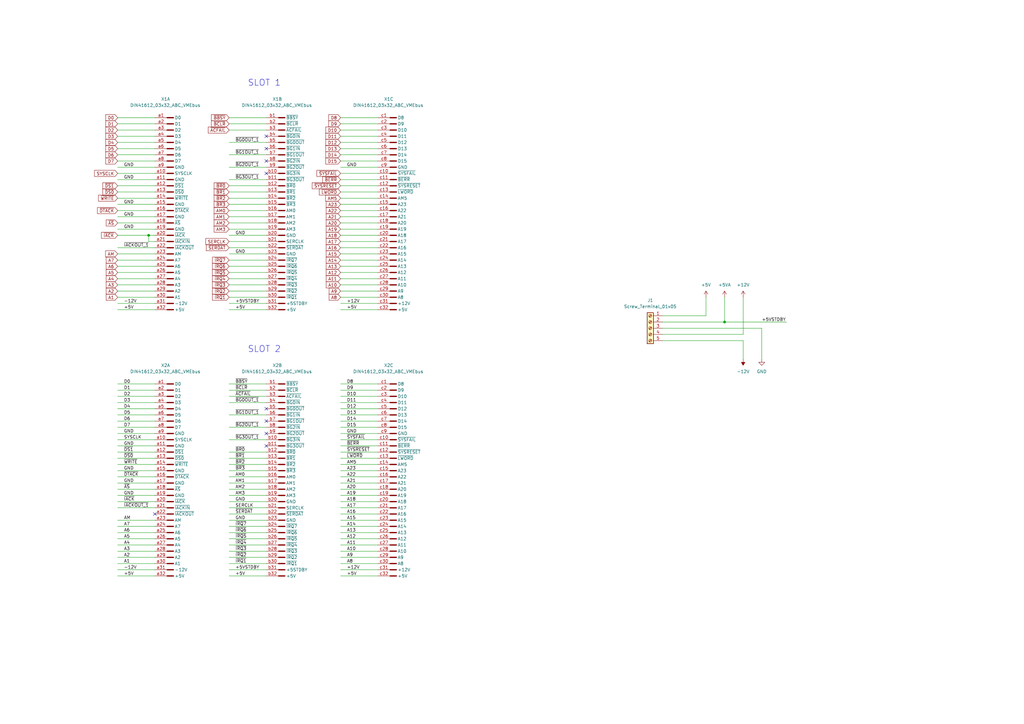
<source format=kicad_sch>
(kicad_sch (version 20211123) (generator eeschema)
  (paper "A3")
  (title_block (title "SOCKETS 1") (date "2023-07-03") (rev "2") (company "TOM STOREY") (comment 1 "NON-COMMERCIAL USE"))
  (lib_symbols
    (symbol "COMET Symbols:DIN41612_03x32_ABC_VMEbus" (pin_names (offset 3.048))
      (property "Reference" "X1" (at -20.32 45.72 0))
      (property "Value" "DIN41612_03x32_ABC_VMEbus" (at -20.32 43.18 0))
      (symbol "DIN41612_03x32_ABC_VMEbus_1_1"
        (polyline (pts (xy 0 -40.64) (xy 2.54 -40.64)) (stroke (width 0.508)))
        (polyline (pts (xy 0 -38.1) (xy 2.54 -38.1)) (stroke (width 0.508)))
        (polyline (pts (xy 0 -35.56) (xy 2.54 -35.56)) (stroke (width 0.508)))
        (polyline (pts (xy 0 -33.02) (xy 2.54 -33.02)) (stroke (width 0.508)))
        (polyline (pts (xy 0 -30.48) (xy 2.54 -30.48)) (stroke (width 0.508)))
        (polyline (pts (xy 0 -27.94) (xy 2.54 -27.94)) (stroke (width 0.508)))
        (polyline (pts (xy 0 -25.4) (xy 2.54 -25.4)) (stroke (width 0.508)))
        (polyline (pts (xy 0 -22.86) (xy 2.54 -22.86)) (stroke (width 0.508)))
        (polyline (pts (xy 0 -20.32) (xy 2.54 -20.32)) (stroke (width 0.508)))
        (polyline (pts (xy 0 -17.78) (xy 2.54 -17.78)) (stroke (width 0.508)))
        (polyline (pts (xy 0 -15.24) (xy 2.54 -15.24)) (stroke (width 0.508)))
        (polyline (pts (xy 0 -12.7) (xy 2.54 -12.7)) (stroke (width 0.508)))
        (polyline (pts (xy 0 -10.16) (xy 2.54 -10.16)) (stroke (width 0.508)))
        (polyline (pts (xy 0 -7.62) (xy 2.54 -7.62)) (stroke (width 0.508)))
        (polyline (pts (xy 0 -5.08) (xy 2.54 -5.08)) (stroke (width 0.508)))
        (polyline (pts (xy 0 -2.54) (xy 2.54 -2.54)) (stroke (width 0.508)))
        (polyline (pts (xy 0 0) (xy 2.54 0)) (stroke (width 0.508)))
        (polyline (pts (xy 0 2.54) (xy 2.54 2.54)) (stroke (width 0.508)))
        (polyline (pts (xy 0 5.08) (xy 2.54 5.08)) (stroke (width 0.508)))
        (polyline (pts (xy 0 7.62) (xy 2.54 7.62)) (stroke (width 0.508)))
        (polyline (pts (xy 0 10.16) (xy 2.54 10.16)) (stroke (width 0.508)))
        (polyline (pts (xy 0 12.7) (xy 2.54 12.7)) (stroke (width 0.508)))
        (polyline (pts (xy 0 15.24) (xy 2.54 15.24)) (stroke (width 0.508)))
        (polyline (pts (xy 0 17.78) (xy 2.54 17.78)) (stroke (width 0.508)))
        (polyline (pts (xy 0 20.32) (xy 2.54 20.32)) (stroke (width 0.508)))
        (polyline (pts (xy 0 22.86) (xy 2.54 22.86)) (stroke (width 0.508)))
        (polyline (pts (xy 0 25.4) (xy 2.54 25.4)) (stroke (width 0.508)))
        (polyline (pts (xy 0 27.94) (xy 2.54 27.94)) (stroke (width 0.508)))
        (polyline (pts (xy 0 30.48) (xy 2.54 30.48)) (stroke (width 0.508)))
        (polyline (pts (xy 0 33.02) (xy 2.54 33.02)) (stroke (width 0.508)))
        (polyline (pts (xy 0 35.56) (xy 2.54 35.56)) (stroke (width 0.508)))
        (polyline (pts (xy 0 38.1) (xy 2.54 38.1)) (stroke (width 0.508)))
        (pin passive line (at -5.08 38.1 0) (length 5.08) (name "D0") (number "a1"))
        (pin passive line (at -5.08 15.24 0) (length 5.08) (name "SYSCLK") (number "a10"))
        (pin passive line (at -5.08 12.7 0) (length 5.08) (name "GND") (number "a11"))
        (pin passive line (at -5.08 10.16 0) (length 5.08) (name "~{DS1}") (number "a12"))
        (pin passive line (at -5.08 7.62 0) (length 5.08) (name "~{DS0}") (number "a13"))
        (pin passive line (at -5.08 5.08 0) (length 5.08) (name "~{WRITE}") (number "a14"))
        (pin passive line (at -5.08 2.54 0) (length 5.08) (name "GND") (number "a15"))
        (pin passive line (at -5.08 0 0) (length 5.08) (name "~{DTACK}") (number "a16"))
        (pin passive line (at -5.08 -2.54 0) (length 5.08) (name "GND") (number "a17"))
        (pin passive line (at -5.08 -5.08 0) (length 5.08) (name "~{AS}") (number "a18"))
        (pin passive line (at -5.08 -7.62 0) (length 5.08) (name "GND") (number "a19"))
        (pin passive line (at -5.08 35.56 0) (length 5.08) (name "D1") (number "a2"))
        (pin passive line (at -5.08 -10.16 0) (length 5.08) (name "~{IACK}") (number "a20"))
        (pin passive line (at -5.08 -12.7 0) (length 5.08) (name "~{IACKIN}") (number "a21"))
        (pin passive line (at -5.08 -15.24 0) (length 5.08) (name "~{IACKOUT}") (number "a22"))
        (pin passive line (at -5.08 -17.78 0) (length 5.08) (name "AM") (number "a23"))
        (pin passive line (at -5.08 -20.32 0) (length 5.08) (name "A7") (number "a24"))
        (pin passive line (at -5.08 -22.86 0) (length 5.08) (name "A6") (number "a25"))
        (pin passive line (at -5.08 -25.4 0) (length 5.08) (name "A5") (number "a26"))
        (pin passive line (at -5.08 -27.94 0) (length 5.08) (name "A4") (number "a27"))
        (pin passive line (at -5.08 -30.48 0) (length 5.08) (name "A3") (number "a28"))
        (pin passive line (at -5.08 -33.02 0) (length 5.08) (name "A2") (number "a29"))
        (pin passive line (at -5.08 33.02 0) (length 5.08) (name "D2") (number "a3"))
        (pin passive line (at -5.08 -35.56 0) (length 5.08) (name "A1") (number "a30"))
        (pin passive line (at -5.08 -38.1 0) (length 5.08) (name "-12V") (number "a31"))
        (pin passive line (at -5.08 -40.64 0) (length 5.08) (name "+5V") (number "a32"))
        (pin passive line (at -5.08 30.48 0) (length 5.08) (name "D3") (number "a4"))
        (pin passive line (at -5.08 27.94 0) (length 5.08) (name "D4") (number "a5"))
        (pin passive line (at -5.08 25.4 0) (length 5.08) (name "D5") (number "a6"))
        (pin passive line (at -5.08 22.86 0) (length 5.08) (name "D6") (number "a7"))
        (pin passive line (at -5.08 20.32 0) (length 5.08) (name "D7") (number "a8"))
        (pin passive line (at -5.08 17.78 0) (length 5.08) (name "GND") (number "a9"))
      )
      (symbol "DIN41612_03x32_ABC_VMEbus_2_1"
        (polyline (pts (xy 0 -40.64) (xy 2.54 -40.64)) (stroke (width 0.508)))
        (polyline (pts (xy 0 -38.1) (xy 2.54 -38.1)) (stroke (width 0.508)))
        (polyline (pts (xy 0 -35.56) (xy 2.54 -35.56)) (stroke (width 0.508)))
        (polyline (pts (xy 0 -33.02) (xy 2.54 -33.02)) (stroke (width 0.508)))
        (polyline (pts (xy 0 -30.48) (xy 2.54 -30.48)) (stroke (width 0.508)))
        (polyline (pts (xy 0 -27.94) (xy 2.54 -27.94)) (stroke (width 0.508)))
        (polyline (pts (xy 0 -25.4) (xy 2.54 -25.4)) (stroke (width 0.508)))
        (polyline (pts (xy 0 -22.86) (xy 2.54 -22.86)) (stroke (width 0.508)))
        (polyline (pts (xy 0 -20.32) (xy 2.54 -20.32)) (stroke (width 0.508)))
        (polyline (pts (xy 0 -17.78) (xy 2.54 -17.78)) (stroke (width 0.508)))
        (polyline (pts (xy 0 -15.24) (xy 2.54 -15.24)) (stroke (width 0.508)))
        (polyline (pts (xy 0 -12.7) (xy 2.54 -12.7)) (stroke (width 0.508)))
        (polyline (pts (xy 0 -10.16) (xy 2.54 -10.16)) (stroke (width 0.508)))
        (polyline (pts (xy 0 -7.62) (xy 2.54 -7.62)) (stroke (width 0.508)))
        (polyline (pts (xy 0 -5.08) (xy 2.54 -5.08)) (stroke (width 0.508)))
        (polyline (pts (xy 0 -2.54) (xy 2.54 -2.54)) (stroke (width 0.508)))
        (polyline (pts (xy 0 0) (xy 2.54 0)) (stroke (width 0.508)))
        (polyline (pts (xy 0 2.54) (xy 2.54 2.54)) (stroke (width 0.508)))
        (polyline (pts (xy 0 5.08) (xy 2.54 5.08)) (stroke (width 0.508)))
        (polyline (pts (xy 0 7.62) (xy 2.54 7.62)) (stroke (width 0.508)))
        (polyline (pts (xy 0 10.16) (xy 2.54 10.16)) (stroke (width 0.508)))
        (polyline (pts (xy 0 12.7) (xy 2.54 12.7)) (stroke (width 0.508)))
        (polyline (pts (xy 0 15.24) (xy 2.54 15.24)) (stroke (width 0.508)))
        (polyline (pts (xy 0 17.78) (xy 2.54 17.78)) (stroke (width 0.508)))
        (polyline (pts (xy 0 20.32) (xy 2.54 20.32)) (stroke (width 0.508)))
        (polyline (pts (xy 0 22.86) (xy 2.54 22.86)) (stroke (width 0.508)))
        (polyline (pts (xy 0 25.4) (xy 2.54 25.4)) (stroke (width 0.508)))
        (polyline (pts (xy 0 27.94) (xy 2.54 27.94)) (stroke (width 0.508)))
        (polyline (pts (xy 0 30.48) (xy 2.54 30.48)) (stroke (width 0.508)))
        (polyline (pts (xy 0 33.02) (xy 2.54 33.02)) (stroke (width 0.508)))
        (polyline (pts (xy 0 35.56) (xy 2.54 35.56)) (stroke (width 0.508)))
        (polyline (pts (xy 0 38.1) (xy 2.54 38.1)) (stroke (width 0.508)))
        (pin passive line (at -5.08 38.1 0) (length 5.08) (name "~{BBSY}") (number "b1"))
        (pin passive line (at -5.08 15.24 0) (length 5.08) (name "~{BG3IN}") (number "b10"))
        (pin passive line (at -5.08 12.7 0) (length 5.08) (name "~{BG3OUT}") (number "b11"))
        (pin passive line (at -5.08 10.16 0) (length 5.08) (name "~{BR0}") (number "b12"))
        (pin passive line (at -5.08 7.62 0) (length 5.08) (name "~{BR1}") (number "b13"))
        (pin passive line (at -5.08 5.08 0) (length 5.08) (name "~{BR2}") (number "b14"))
        (pin passive line (at -5.08 2.54 0) (length 5.08) (name "~{BR3}") (number "b15"))
        (pin passive line (at -5.08 0 0) (length 5.08) (name "AM0") (number "b16"))
        (pin passive line (at -5.08 -2.54 0) (length 5.08) (name "AM1") (number "b17"))
        (pin passive line (at -5.08 -5.08 0) (length 5.08) (name "AM2") (number "b18"))
        (pin passive line (at -5.08 -7.62 0) (length 5.08) (name "AM3") (number "b19"))
        (pin passive line (at -5.08 35.56 0) (length 5.08) (name "~{BCLR}") (number "b2"))
        (pin passive line (at -5.08 -10.16 0) (length 5.08) (name "GND") (number "b20"))
        (pin passive line (at -5.08 -12.7 0) (length 5.08) (name "SERCLK") (number "b21"))
        (pin passive line (at -5.08 -15.24 0) (length 5.08) (name "~{SERDAT}") (number "b22"))
        (pin passive line (at -5.08 -17.78 0) (length 5.08) (name "GND") (number "b23"))
        (pin passive line (at -5.08 -20.32 0) (length 5.08) (name "~{IRQ7}") (number "b24"))
        (pin passive line (at -5.08 -22.86 0) (length 5.08) (name "~{IRQ6}") (number "b25"))
        (pin passive line (at -5.08 -25.4 0) (length 5.08) (name "~{IRQ5}") (number "b26"))
        (pin passive line (at -5.08 -27.94 0) (length 5.08) (name "~{IRQ4}") (number "b27"))
        (pin passive line (at -5.08 -30.48 0) (length 5.08) (name "~{IRQ3}") (number "b28"))
        (pin passive line (at -5.08 -33.02 0) (length 5.08) (name "~{IRQ2}") (number "b29"))
        (pin passive line (at -5.08 33.02 0) (length 5.08) (name "~{ACFAIL}") (number "b3"))
        (pin passive line (at -5.08 -35.56 0) (length 5.08) (name "~{IRQ1}") (number "b30"))
        (pin passive line (at -5.08 -38.1 0) (length 5.08) (name "+5STDBY") (number "b31"))
        (pin passive line (at -5.08 -40.64 0) (length 5.08) (name "+5V") (number "b32"))
        (pin passive line (at -5.08 30.48 0) (length 5.08) (name "~{BG0IN}") (number "b4"))
        (pin passive line (at -5.08 27.94 0) (length 5.08) (name "~{BG0OUT}") (number "b5"))
        (pin passive line (at -5.08 25.4 0) (length 5.08) (name "~{BG1IN}") (number "b6"))
        (pin passive line (at -5.08 22.86 0) (length 5.08) (name "~{BG1OUT}") (number "b7"))
        (pin passive line (at -5.08 20.32 0) (length 5.08) (name "~{BG2IN}") (number "b8"))
        (pin passive line (at -5.08 17.78 0) (length 5.08) (name "~{BG2OUT}") (number "b9"))
      )
      (symbol "DIN41612_03x32_ABC_VMEbus_3_1"
        (polyline (pts (xy 0 -40.64) (xy 2.54 -40.64)) (stroke (width 0.508)))
        (polyline (pts (xy 0 -38.1) (xy 2.54 -38.1)) (stroke (width 0.508)))
        (polyline (pts (xy 0 -35.56) (xy 2.54 -35.56)) (stroke (width 0.508)))
        (polyline (pts (xy 0 -33.02) (xy 2.54 -33.02)) (stroke (width 0.508)))
        (polyline (pts (xy 0 -30.48) (xy 2.54 -30.48)) (stroke (width 0.508)))
        (polyline (pts (xy 0 -27.94) (xy 2.54 -27.94)) (stroke (width 0.508)))
        (polyline (pts (xy 0 -25.4) (xy 2.54 -25.4)) (stroke (width 0.508)))
        (polyline (pts (xy 0 -22.86) (xy 2.54 -22.86)) (stroke (width 0.508)))
        (polyline (pts (xy 0 -20.32) (xy 2.54 -20.32)) (stroke (width 0.508)))
        (polyline (pts (xy 0 -17.78) (xy 2.54 -17.78)) (stroke (width 0.508)))
        (polyline (pts (xy 0 -15.24) (xy 2.54 -15.24)) (stroke (width 0.508)))
        (polyline (pts (xy 0 -12.7) (xy 2.54 -12.7)) (stroke (width 0.508)))
        (polyline (pts (xy 0 -10.16) (xy 2.54 -10.16)) (stroke (width 0.508)))
        (polyline (pts (xy 0 -7.62) (xy 2.54 -7.62)) (stroke (width 0.508)))
        (polyline (pts (xy 0 -5.08) (xy 2.54 -5.08)) (stroke (width 0.508)))
        (polyline (pts (xy 0 -2.54) (xy 2.54 -2.54)) (stroke (width 0.508)))
        (polyline (pts (xy 0 0) (xy 2.54 0)) (stroke (width 0.508)))
        (polyline (pts (xy 0 2.54) (xy 2.54 2.54)) (stroke (width 0.508)))
        (polyline (pts (xy 0 5.08) (xy 2.54 5.08)) (stroke (width 0.508)))
        (polyline (pts (xy 0 7.62) (xy 2.54 7.62)) (stroke (width 0.508)))
        (polyline (pts (xy 0 10.16) (xy 2.54 10.16)) (stroke (width 0.508)))
        (polyline (pts (xy 0 12.7) (xy 2.54 12.7)) (stroke (width 0.508)))
        (polyline (pts (xy 0 15.24) (xy 2.54 15.24)) (stroke (width 0.508)))
        (polyline (pts (xy 0 17.78) (xy 2.54 17.78)) (stroke (width 0.508)))
        (polyline (pts (xy 0 20.32) (xy 2.54 20.32)) (stroke (width 0.508)))
        (polyline (pts (xy 0 22.86) (xy 2.54 22.86)) (stroke (width 0.508)))
        (polyline (pts (xy 0 25.4) (xy 2.54 25.4)) (stroke (width 0.508)))
        (polyline (pts (xy 0 27.94) (xy 2.54 27.94)) (stroke (width 0.508)))
        (polyline (pts (xy 0 30.48) (xy 2.54 30.48)) (stroke (width 0.508)))
        (polyline (pts (xy 0 33.02) (xy 2.54 33.02)) (stroke (width 0.508)))
        (polyline (pts (xy 0 35.56) (xy 2.54 35.56)) (stroke (width 0.508)))
        (polyline (pts (xy 0 38.1) (xy 2.54 38.1)) (stroke (width 0.508)))
        (pin passive line (at -5.08 38.1 0) (length 5.08) (name "D8") (number "c1"))
        (pin passive line (at -5.08 15.24 0) (length 5.08) (name "~{SYSFAIL}") (number "c10"))
        (pin passive line (at -5.08 12.7 0) (length 5.08) (name "~{BERR}") (number "c11"))
        (pin passive line (at -5.08 10.16 0) (length 5.08) (name "~{SYSRESET}") (number "c12"))
        (pin passive line (at -5.08 7.62 0) (length 5.08) (name "~{LWORD}") (number "c13"))
        (pin passive line (at -5.08 5.08 0) (length 5.08) (name "AM5") (number "c14"))
        (pin passive line (at -5.08 2.54 0) (length 5.08) (name "A23") (number "c15"))
        (pin passive line (at -5.08 0 0) (length 5.08) (name "A22") (number "c16"))
        (pin passive line (at -5.08 -2.54 0) (length 5.08) (name "A21") (number "c17"))
        (pin passive line (at -5.08 -5.08 0) (length 5.08) (name "A20") (number "c18"))
        (pin passive line (at -5.08 -7.62 0) (length 5.08) (name "A19") (number "c19"))
        (pin passive line (at -5.08 35.56 0) (length 5.08) (name "D9") (number "c2"))
        (pin passive line (at -5.08 -10.16 0) (length 5.08) (name "A18") (number "c20"))
        (pin passive line (at -5.08 -12.7 0) (length 5.08) (name "A17") (number "c21"))
        (pin passive line (at -5.08 -15.24 0) (length 5.08) (name "A16") (number "c22"))
        (pin passive line (at -5.08 -17.78 0) (length 5.08) (name "A15") (number "c23"))
        (pin passive line (at -5.08 -20.32 0) (length 5.08) (name "A14") (number "c24"))
        (pin passive line (at -5.08 -22.86 0) (length 5.08) (name "A13") (number "c25"))
        (pin passive line (at -5.08 -25.4 0) (length 5.08) (name "A12") (number "c26"))
        (pin passive line (at -5.08 -27.94 0) (length 5.08) (name "A11") (number "c27"))
        (pin passive line (at -5.08 -30.48 0) (length 5.08) (name "A10") (number "c28"))
        (pin passive line (at -5.08 -33.02 0) (length 5.08) (name "A9") (number "c29"))
        (pin passive line (at -5.08 33.02 0) (length 5.08) (name "D10") (number "c3"))
        (pin passive line (at -5.08 -35.56 0) (length 5.08) (name "A8") (number "c30"))
        (pin passive line (at -5.08 -38.1 0) (length 5.08) (name "+12V") (number "c31"))
        (pin passive line (at -5.08 -40.64 0) (length 5.08) (name "+5V") (number "c32"))
        (pin passive line (at -5.08 30.48 0) (length 5.08) (name "D11") (number "c4"))
        (pin passive line (at -5.08 27.94 0) (length 5.08) (name "D12") (number "c5"))
        (pin passive line (at -5.08 25.4 0) (length 5.08) (name "D13") (number "c6"))
        (pin passive line (at -5.08 22.86 0) (length 5.08) (name "D14") (number "c7"))
        (pin passive line (at -5.08 20.32 0) (length 5.08) (name "D15") (number "c8"))
        (pin passive line (at -5.08 17.78 0) (length 5.08) (name "GND") (number "c9"))
      )
    )
    (symbol "Connector:Screw_Terminal_01x05" (pin_names (offset 1.016) hide)
      (property "Reference" "J" (at 0 7.62 0))
      (property "Value" "Screw_Terminal_01x05" (at 0 -7.62 0))
      (symbol "Screw_Terminal_01x05_1_1"
        (rectangle (start -1.27 6.35) (end 1.27 -6.35) (stroke (width 0.254)) (fill (type background)))
        (circle (center 0 -5.08) (radius 0.635) (stroke (width 0.1524)))
        (circle (center 0 -2.54) (radius 0.635) (stroke (width 0.1524)))
        (polyline (pts (xy -0.5334 -4.7498) (xy 0.3302 -5.588)) (stroke (width 0.1524)))
        (polyline (pts (xy -0.5334 -2.2098) (xy 0.3302 -3.048)) (stroke (width 0.1524)))
        (polyline (pts (xy -0.5334 0.3302) (xy 0.3302 -0.508)) (stroke (width 0.1524)))
        (polyline (pts (xy -0.5334 2.8702) (xy 0.3302 2.032)) (stroke (width 0.1524)))
        (polyline (pts (xy -0.5334 5.4102) (xy 0.3302 4.572)) (stroke (width 0.1524)))
        (polyline (pts (xy -0.3556 -4.572) (xy 0.508 -5.4102)) (stroke (width 0.1524)))
        (polyline (pts (xy -0.3556 -2.032) (xy 0.508 -2.8702)) (stroke (width 0.1524)))
        (polyline (pts (xy -0.3556 0.508) (xy 0.508 -0.3302)) (stroke (width 0.1524)))
        (polyline (pts (xy -0.3556 3.048) (xy 0.508 2.2098)) (stroke (width 0.1524)))
        (polyline (pts (xy -0.3556 5.588) (xy 0.508 4.7498)) (stroke (width 0.1524)))
        (circle (center 0 0) (radius 0.635) (stroke (width 0.1524)))
        (circle (center 0 2.54) (radius 0.635) (stroke (width 0.1524)))
        (circle (center 0 5.08) (radius 0.635) (stroke (width 0.1524)))
        (pin passive line (at -5.08 5.08 0) (length 3.81) (name "Pin_1") (number "1"))
        (pin passive line (at -5.08 2.54 0) (length 3.81) (name "Pin_2") (number "2"))
        (pin passive line (at -5.08 0 0) (length 3.81) (name "Pin_3") (number "3"))
        (pin passive line (at -5.08 -2.54 0) (length 3.81) (name "Pin_4") (number "4"))
        (pin passive line (at -5.08 -5.08 0) (length 3.81) (name "Pin_5") (number "5"))
      )
    )
    (symbol "power:+12V" (power) (pin_names (offset 0))
      (property "Value" "+12V" (at 0 3.556 0))
      (symbol "+12V_0_1"
        (polyline (pts (xy -0.762 1.27) (xy 0 2.54)))
        (polyline (pts (xy 0 0) (xy 0 2.54)))
        (polyline (pts (xy 0 2.54) (xy 0.762 1.27)))
      )
      (symbol "+12V_1_1"
        (pin power_in line (at 0 0 90) (length 0) hide (name "+12V") (number "1"))
      )
    )
    (symbol "power:+5V" (power) (pin_names (offset 0))
      (property "Value" "+5V" (at 0 3.556 0))
      (symbol "+5V_0_1"
        (polyline (pts (xy -0.762 1.27) (xy 0 2.54)))
        (polyline (pts (xy 0 0) (xy 0 2.54)))
        (polyline (pts (xy 0 2.54) (xy 0.762 1.27)))
      )
      (symbol "+5V_1_1"
        (pin power_in line (at 0 0 90) (length 0) hide (name "+5V") (number "1"))
      )
    )
    (symbol "power:+5VA" (power) (pin_names (offset 0))
      (property "Value" "+5VA" (at 0 3.556 0))
      (symbol "+5VA_0_1"
        (polyline (pts (xy -0.762 1.27) (xy 0 2.54)))
        (polyline (pts (xy 0 0) (xy 0 2.54)))
        (polyline (pts (xy 0 2.54) (xy 0.762 1.27)))
      )
      (symbol "+5VA_1_1"
        (pin power_in line (at 0 0 90) (length 0) hide (name "+5VA") (number "1"))
      )
    )
    (symbol "power:-12V" (power) (pin_names (offset 0))
      (property "Value" "-12V" (at 0 3.81 0))
      (symbol "-12V_0_0"
        (pin power_in line (at 0 0 90) (length 0) hide (name "-12V") (number "1"))
      )
      (symbol "-12V_0_1"
        (polyline (pts (xy 0 0) (xy 0 1.27) (xy 0.762 1.27) (xy 0 2.54) (xy -0.762 1.27) (xy 0 1.27)) (fill (type outline)))
      )
    )
    (symbol "power:GND" (power) (pin_names (offset 0))
      (property "Value" "GND" (at 0 -3.81 0))
      (symbol "GND_0_1"
        (polyline (pts (xy 0 0) (xy 0 -1.27) (xy 1.27 -1.27) (xy 0 -2.54) (xy -1.27 -1.27) (xy 0 -1.27)))
      )
      (symbol "GND_1_1"
        (pin power_in line (at 0 0 270) (length 0) hide (name "GND") (number "1"))
      )
    )
  )
  (junction (at 60.96 96.52))
  (junction (at 297.18 132.08))
  (no_connect (at 109.22 172.72))
  (no_connect (at 109.22 66.04))
  (no_connect (at 109.22 71.12))
  (no_connect (at 109.22 177.8))
  (no_connect (at 63.5 210.82))
  (no_connect (at 109.22 182.88))
  (no_connect (at 109.22 55.88))
  (no_connect (at 109.22 167.64))
  (no_connect (at 109.22 60.96))
  (wire (pts (xy 48.26 66.04) (xy 63.5 66.04)))
  (wire (pts (xy 139.7 53.34) (xy 154.94 53.34)))
  (wire (pts (xy 93.98 213.36) (xy 109.22 213.36)))
  (wire (pts (xy 48.26 127) (xy 63.5 127)))
  (wire (pts (xy 93.98 88.9) (xy 109.22 88.9)))
  (wire (pts (xy 139.7 63.5) (xy 154.94 63.5)))
  (wire (pts (xy 297.18 121.92) (xy 297.18 132.08)))
  (wire (pts (xy 139.7 236.22) (xy 154.94 236.22)))
  (wire (pts (xy 139.7 99.06) (xy 154.94 99.06)))
  (wire (pts (xy 93.98 223.52) (xy 109.22 223.52)))
  (wire (pts (xy 93.98 233.68) (xy 109.22 233.68)))
  (wire (pts (xy 48.26 187.96) (xy 63.5 187.96)))
  (wire (pts (xy 48.26 157.48) (xy 63.5 157.48)))
  (wire (pts (xy 139.7 223.52) (xy 154.94 223.52)))
  (wire (pts (xy 93.98 96.52) (xy 109.22 96.52)))
  (wire (pts (xy 93.98 124.46) (xy 109.22 124.46)))
  (wire (pts (xy 60.96 96.52) (xy 63.5 96.52)))
  (wire (pts (xy 48.26 175.26) (xy 63.5 175.26)))
  (wire (pts (xy 48.26 203.2) (xy 63.5 203.2)))
  (wire (pts (xy 48.26 233.68) (xy 63.5 233.68)))
  (wire (pts (xy 93.98 101.6) (xy 109.22 101.6)))
  (wire (pts (xy 139.7 86.36) (xy 154.94 86.36)))
  (wire (pts (xy 48.26 55.88) (xy 63.5 55.88)))
  (wire (pts (xy 48.26 83.82) (xy 63.5 83.82)))
  (wire (pts (xy 48.26 71.12) (xy 63.5 71.12)))
  (wire (pts (xy 93.98 226.06) (xy 109.22 226.06)))
  (wire (pts (xy 48.26 50.8) (xy 63.5 50.8)))
  (wire (pts (xy 93.98 220.98) (xy 109.22 220.98)))
  (wire (pts (xy 139.7 182.88) (xy 154.94 182.88)))
  (wire (pts (xy 48.26 119.38) (xy 63.5 119.38)))
  (wire (pts (xy 139.7 116.84) (xy 154.94 116.84)))
  (wire (pts (xy 139.7 127) (xy 154.94 127)))
  (wire (pts (xy 139.7 81.28) (xy 154.94 81.28)))
  (wire (pts (xy 139.7 200.66) (xy 154.94 200.66)))
  (wire (pts (xy 271.78 134.62) (xy 312.42 134.62)))
  (wire (pts (xy 304.8 121.92) (xy 304.8 137.16)))
  (wire (pts (xy 93.98 81.28) (xy 109.22 81.28)))
  (wire (pts (xy 93.98 83.82) (xy 109.22 83.82)))
  (wire (pts (xy 139.7 233.68) (xy 154.94 233.68)))
  (wire (pts (xy 139.7 213.36) (xy 154.94 213.36)))
  (wire (pts (xy 48.26 121.92) (xy 63.5 121.92)))
  (wire (pts (xy 48.26 58.42) (xy 63.5 58.42)))
  (wire (pts (xy 93.98 193.04) (xy 109.22 193.04)))
  (wire (pts (xy 48.26 165.1) (xy 63.5 165.1)))
  (wire (pts (xy 93.98 162.56) (xy 109.22 162.56)))
  (wire (pts (xy 139.7 162.56) (xy 154.94 162.56)))
  (wire (pts (xy 93.98 180.34) (xy 109.22 180.34)))
  (wire (pts (xy 139.7 165.1) (xy 154.94 165.1)))
  (wire (pts (xy 139.7 78.74) (xy 154.94 78.74)))
  (wire (pts (xy 48.26 231.14) (xy 63.5 231.14)))
  (wire (pts (xy 93.98 236.22) (xy 109.22 236.22)))
  (wire (pts (xy 48.26 208.28) (xy 63.5 208.28)))
  (wire (pts (xy 48.26 76.2) (xy 63.5 76.2)))
  (wire (pts (xy 48.26 215.9) (xy 63.5 215.9)))
  (wire (pts (xy 93.98 185.42) (xy 109.22 185.42)))
  (wire (pts (xy 48.26 172.72) (xy 63.5 172.72)))
  (wire (pts (xy 139.7 96.52) (xy 154.94 96.52)))
  (wire (pts (xy 139.7 185.42) (xy 154.94 185.42)))
  (wire (pts (xy 48.26 218.44) (xy 63.5 218.44)))
  (wire (pts (xy 48.26 101.6) (xy 63.5 101.6)))
  (wire (pts (xy 93.98 200.66) (xy 109.22 200.66)))
  (wire (pts (xy 48.26 96.52) (xy 60.96 96.52)))
  (wire (pts (xy 139.7 187.96) (xy 154.94 187.96)))
  (wire (pts (xy 139.7 210.82) (xy 154.94 210.82)))
  (wire (pts (xy 139.7 218.44) (xy 154.94 218.44)))
  (wire (pts (xy 48.26 73.66) (xy 63.5 73.66)))
  (wire (pts (xy 93.98 127) (xy 109.22 127)))
  (wire (pts (xy 139.7 228.6) (xy 154.94 228.6)))
  (wire (pts (xy 48.26 198.12) (xy 63.5 198.12)))
  (wire (pts (xy 93.98 121.92) (xy 109.22 121.92)))
  (wire (pts (xy 48.26 170.18) (xy 63.5 170.18)))
  (wire (pts (xy 93.98 48.26) (xy 109.22 48.26)))
  (wire (pts (xy 48.26 223.52) (xy 63.5 223.52)))
  (wire (pts (xy 139.7 119.38) (xy 154.94 119.38)))
  (wire (pts (xy 93.98 109.22) (xy 109.22 109.22)))
  (wire (pts (xy 139.7 172.72) (xy 154.94 172.72)))
  (wire (pts (xy 93.98 231.14) (xy 109.22 231.14)))
  (wire (pts (xy 139.7 93.98) (xy 154.94 93.98)))
  (wire (pts (xy 304.8 139.7) (xy 304.8 147.32)))
  (wire (pts (xy 139.7 106.68) (xy 154.94 106.68)))
  (wire (pts (xy 93.98 91.44) (xy 109.22 91.44)))
  (wire (pts (xy 139.7 157.48) (xy 154.94 157.48)))
  (wire (pts (xy 48.26 177.8) (xy 63.5 177.8)))
  (wire (pts (xy 48.26 236.22) (xy 63.5 236.22)))
  (wire (pts (xy 139.7 60.96) (xy 154.94 60.96)))
  (wire (pts (xy 93.98 203.2) (xy 109.22 203.2)))
  (wire (pts (xy 48.26 78.74) (xy 63.5 78.74)))
  (wire (pts (xy 48.26 88.9) (xy 63.5 88.9)))
  (wire (pts (xy 93.98 228.6) (xy 109.22 228.6)))
  (wire (pts (xy 93.98 73.66) (xy 109.22 73.66)))
  (wire (pts (xy 48.26 111.76) (xy 63.5 111.76)))
  (wire (pts (xy 312.42 134.62) (xy 312.42 147.32)))
  (wire (pts (xy 48.26 60.96) (xy 63.5 60.96)))
  (wire (pts (xy 139.7 114.3) (xy 154.94 114.3)))
  (wire (pts (xy 93.98 157.48) (xy 109.22 157.48)))
  (wire (pts (xy 93.98 170.18) (xy 109.22 170.18)))
  (wire (pts (xy 48.26 200.66) (xy 63.5 200.66)))
  (wire (pts (xy 48.26 220.98) (xy 63.5 220.98)))
  (wire (pts (xy 48.26 109.22) (xy 63.5 109.22)))
  (wire (pts (xy 93.98 50.8) (xy 109.22 50.8)))
  (wire (pts (xy 48.26 180.34) (xy 63.5 180.34)))
  (wire (pts (xy 139.7 50.8) (xy 154.94 50.8)))
  (wire (pts (xy 139.7 68.58) (xy 154.94 68.58)))
  (wire (pts (xy 93.98 114.3) (xy 109.22 114.3)))
  (wire (pts (xy 139.7 167.64) (xy 154.94 167.64)))
  (wire (pts (xy 139.7 198.12) (xy 154.94 198.12)))
  (wire (pts (xy 48.26 182.88) (xy 63.5 182.88)))
  (wire (pts (xy 139.7 215.9) (xy 154.94 215.9)))
  (wire (pts (xy 139.7 208.28) (xy 154.94 208.28)))
  (wire (pts (xy 93.98 58.42) (xy 109.22 58.42)))
  (wire (pts (xy 139.7 111.76) (xy 154.94 111.76)))
  (wire (pts (xy 48.26 124.46) (xy 63.5 124.46)))
  (wire (pts (xy 139.7 66.04) (xy 154.94 66.04)))
  (wire (pts (xy 48.26 162.56) (xy 63.5 162.56)))
  (wire (pts (xy 48.26 81.28) (xy 63.5 81.28)))
  (wire (pts (xy 139.7 220.98) (xy 154.94 220.98)))
  (wire (pts (xy 93.98 210.82) (xy 109.22 210.82)))
  (wire (pts (xy 93.98 119.38) (xy 109.22 119.38)))
  (wire (pts (xy 139.7 180.34) (xy 154.94 180.34)))
  (wire (pts (xy 48.26 226.06) (xy 63.5 226.06)))
  (wire (pts (xy 271.78 137.16) (xy 304.8 137.16)))
  (wire (pts (xy 139.7 101.6) (xy 154.94 101.6)))
  (wire (pts (xy 48.26 48.26) (xy 63.5 48.26)))
  (wire (pts (xy 48.26 63.5) (xy 63.5 63.5)))
  (wire (pts (xy 139.7 170.18) (xy 154.94 170.18)))
  (wire (pts (xy 139.7 190.5) (xy 154.94 190.5)))
  (wire (pts (xy 93.98 116.84) (xy 109.22 116.84)))
  (wire (pts (xy 93.98 175.26) (xy 109.22 175.26)))
  (wire (pts (xy 93.98 198.12) (xy 109.22 198.12)))
  (wire (pts (xy 93.98 205.74) (xy 109.22 205.74)))
  (wire (pts (xy 93.98 53.34) (xy 109.22 53.34)))
  (wire (pts (xy 48.26 160.02) (xy 63.5 160.02)))
  (wire (pts (xy 48.26 68.58) (xy 63.5 68.58)))
  (wire (pts (xy 139.7 91.44) (xy 154.94 91.44)))
  (wire (pts (xy 93.98 76.2) (xy 109.22 76.2)))
  (wire (pts (xy 48.26 190.5) (xy 63.5 190.5)))
  (wire (pts (xy 48.26 195.58) (xy 63.5 195.58)))
  (wire (pts (xy 139.7 88.9) (xy 154.94 88.9)))
  (wire (pts (xy 48.26 53.34) (xy 63.5 53.34)))
  (wire (pts (xy 139.7 76.2) (xy 154.94 76.2)))
  (wire (pts (xy 48.26 104.14) (xy 63.5 104.14)))
  (wire (pts (xy 271.78 132.08) (xy 297.18 132.08)))
  (wire (pts (xy 60.96 96.52) (xy 60.96 99.06)))
  (wire (pts (xy 93.98 160.02) (xy 109.22 160.02)))
  (wire (pts (xy 289.56 121.92) (xy 289.56 129.54)))
  (wire (pts (xy 93.98 86.36) (xy 109.22 86.36)))
  (wire (pts (xy 48.26 106.68) (xy 63.5 106.68)))
  (wire (pts (xy 48.26 91.44) (xy 63.5 91.44)))
  (wire (pts (xy 48.26 205.74) (xy 63.5 205.74)))
  (wire (pts (xy 271.78 139.7) (xy 304.8 139.7)))
  (wire (pts (xy 139.7 104.14) (xy 154.94 104.14)))
  (wire (pts (xy 139.7 231.14) (xy 154.94 231.14)))
  (wire (pts (xy 93.98 208.28) (xy 109.22 208.28)))
  (wire (pts (xy 93.98 106.68) (xy 109.22 106.68)))
  (wire (pts (xy 93.98 187.96) (xy 109.22 187.96)))
  (wire (pts (xy 48.26 213.36) (xy 63.5 213.36)))
  (wire (pts (xy 60.96 99.06) (xy 63.5 99.06)))
  (wire (pts (xy 139.7 83.82) (xy 154.94 83.82)))
  (wire (pts (xy 93.98 93.98) (xy 109.22 93.98)))
  (wire (pts (xy 139.7 193.04) (xy 154.94 193.04)))
  (wire (pts (xy 93.98 111.76) (xy 109.22 111.76)))
  (wire (pts (xy 139.7 160.02) (xy 154.94 160.02)))
  (wire (pts (xy 139.7 226.06) (xy 154.94 226.06)))
  (wire (pts (xy 93.98 63.5) (xy 109.22 63.5)))
  (wire (pts (xy 271.78 129.54) (xy 289.56 129.54)))
  (wire (pts (xy 139.7 73.66) (xy 154.94 73.66)))
  (wire (pts (xy 93.98 218.44) (xy 109.22 218.44)))
  (wire (pts (xy 93.98 68.58) (xy 109.22 68.58)))
  (wire (pts (xy 48.26 185.42) (xy 63.5 185.42)))
  (wire (pts (xy 139.7 205.74) (xy 154.94 205.74)))
  (wire (pts (xy 48.26 116.84) (xy 63.5 116.84)))
  (wire (pts (xy 48.26 228.6) (xy 63.5 228.6)))
  (wire (pts (xy 93.98 165.1) (xy 109.22 165.1)))
  (wire (pts (xy 139.7 195.58) (xy 154.94 195.58)))
  (wire (pts (xy 48.26 93.98) (xy 63.5 93.98)))
  (wire (pts (xy 48.26 167.64) (xy 63.5 167.64)))
  (wire (pts (xy 93.98 215.9) (xy 109.22 215.9)))
  (wire (pts (xy 93.98 195.58) (xy 109.22 195.58)))
  (wire (pts (xy 48.26 114.3) (xy 63.5 114.3)))
  (wire (pts (xy 139.7 177.8) (xy 154.94 177.8)))
  (wire (pts (xy 93.98 190.5) (xy 109.22 190.5)))
  (wire (pts (xy 139.7 109.22) (xy 154.94 109.22)))
  (wire (pts (xy 139.7 48.26) (xy 154.94 48.26)))
  (wire (pts (xy 139.7 121.92) (xy 154.94 121.92)))
  (wire (pts (xy 139.7 203.2) (xy 154.94 203.2)))
  (wire (pts (xy 139.7 175.26) (xy 154.94 175.26)))
  (wire (pts (xy 139.7 55.88) (xy 154.94 55.88)))
  (wire (pts (xy 48.26 86.36) (xy 63.5 86.36)))
  (wire (pts (xy 93.98 99.06) (xy 109.22 99.06)))
  (wire (pts (xy 48.26 193.04) (xy 63.5 193.04)))
  (wire (pts (xy 139.7 124.46) (xy 154.94 124.46)))
  (wire (pts (xy 93.98 78.74) (xy 109.22 78.74)))
  (wire (pts (xy 297.18 132.08) (xy 322.58 132.08)))
  (wire (pts (xy 139.7 71.12) (xy 154.94 71.12)))
  (wire (pts (xy 93.98 104.14) (xy 109.22 104.14)))
  (wire (pts (xy 139.7 58.42) (xy 154.94 58.42)))
  (text "SLOT 2" (at 101.6 144.78 0) (effects (font (size 2.54 2.54)) (justify left bottom)))
  (text "SLOT 1" (at 101.6 35.56 0) (effects (font (size 2.54 2.54)) (justify left bottom)))
  (label "+5V" (at 50.8 127 0))
  (label "GND" (at 96.52 205.74 0))
  (label "GND" (at 50.8 73.66 0))
  (label "D2" (at 50.8 162.56 0))
  (label "A21" (at 142.24 198.12 0))
  (label "A18" (at 142.24 205.74 0))
  (label "A15" (at 142.24 213.36 0))
  (label "A19" (at 142.24 203.2 0))
  (label "GND" (at 50.8 193.04 0))
  (label "D10" (at 142.24 162.56 0))
  (label "+5VSTDBY" (at 312.42 132.08 0))
  (label "A9" (at 142.24 228.6 0))
  (label "D15" (at 142.24 175.26 0))
  (label "~{IRQ4}" (at 96.52 223.52 0))
  (label "AM" (at 50.8 213.36 0))
  (label "A1" (at 50.8 231.14 0))
  (label "D6" (at 50.8 172.72 0))
  (label "~{BG0OUT_1}" (at 96.52 165.1 0))
  (label "D5" (at 50.8 170.18 0))
  (label "D0" (at 50.8 157.48 0))
  (label "+5V" (at 96.52 236.22 0))
  (label "GND" (at 50.8 83.82 0))
  (label "~{LWORD}" (at 142.24 187.96 0))
  (label "~{IACKOUT_1}" (at 50.8 208.28 0))
  (label "D8" (at 142.24 157.48 0))
  (label "~{IACKOUT_1}" (at 50.8 101.6 0))
  (label "~{DTACK}" (at 50.8 195.58 0))
  (label "D7" (at 50.8 175.26 0))
  (label "~{IACK}" (at 50.8 205.74 0))
  (label "GND" (at 96.52 104.14 0))
  (label "~{BG1OUT_1}" (at 96.52 63.5 0))
  (label "A4" (at 50.8 223.52 0))
  (label "~{AS}" (at 50.8 200.66 0))
  (label "+5VSTDBY" (at 96.52 124.46 0))
  (label "A3" (at 50.8 226.06 0))
  (label "~{BR2}" (at 96.52 190.5 0))
  (label "A22" (at 142.24 195.58 0))
  (label "GND" (at 50.8 198.12 0))
  (label "D4" (at 50.8 167.64 0))
  (label "AM5" (at 142.24 190.5 0))
  (label "~{IRQ5}" (at 96.52 220.98 0))
  (label "AM0" (at 96.52 195.58 0))
  (label "D13" (at 142.24 170.18 0))
  (label "~{BR0}" (at 96.52 185.42 0))
  (label "D14" (at 142.24 172.72 0))
  (label "A7" (at 50.8 215.9 0))
  (label "~{BBSY}" (at 96.52 157.48 0))
  (label "~{IRQ6}" (at 96.52 218.44 0))
  (label "GND" (at 50.8 182.88 0))
  (label "GND" (at 50.8 68.58 0))
  (label "~{SYSRESET}" (at 142.24 185.42 0))
  (label "~{IRQ2}" (at 96.52 228.6 0))
  (label "~{SERDAT}" (at 96.52 210.82 0))
  (label "A13" (at 142.24 218.44 0))
  (label "GND" (at 50.8 203.2 0))
  (label "A5" (at 50.8 220.98 0))
  (label "~{IRQ7}" (at 96.52 215.9 0))
  (label "SYSCLK" (at 50.8 180.34 0))
  (label "A8" (at 142.24 231.14 0))
  (label "~{DS1}" (at 50.8 185.42 0))
  (label "~{BG2OUT_1}" (at 96.52 175.26 0))
  (label "-12V" (at 50.8 233.68 0))
  (label "D9" (at 142.24 160.02 0))
  (label "+5V" (at 142.24 127 0))
  (label "~{IRQ1}" (at 96.52 231.14 0))
  (label "AM2" (at 96.52 200.66 0))
  (label "GND" (at 96.52 213.36 0))
  (label "~{BG3OUT_1}" (at 96.52 180.34 0))
  (label "~{BR3}" (at 96.52 193.04 0))
  (label "GND" (at 142.24 68.58 0))
  (label "A12" (at 142.24 220.98 0))
  (label "A11" (at 142.24 223.52 0))
  (label "GND" (at 50.8 177.8 0))
  (label "~{BR1}" (at 96.52 187.96 0))
  (label "+12V" (at 142.24 233.68 0))
  (label "+5V" (at 50.8 236.22 0))
  (label "~{BG0OUT_1}" (at 96.52 58.42 0))
  (label "D11" (at 142.24 165.1 0))
  (label "A23" (at 142.24 193.04 0))
  (label "~{ACFAIL}" (at 96.52 162.56 0))
  (label "+5V" (at 142.24 236.22 0))
  (label "GND" (at 50.8 93.98 0))
  (label "+5VSTDBY" (at 96.52 233.68 0))
  (label "~{WRITE}" (at 50.8 190.5 0))
  (label "GND" (at 142.24 177.8 0))
  (label "A6" (at 50.8 218.44 0))
  (label "~{BG2OUT_1}" (at 96.52 68.58 0))
  (label "A17" (at 142.24 208.28 0))
  (label "SERCLK" (at 96.52 208.28 0))
  (label "-12V" (at 50.8 124.46 0))
  (label "AM3" (at 96.52 203.2 0))
  (label "GND" (at 50.8 88.9 0))
  (label "+5V" (at 96.52 127 0))
  (label "D3" (at 50.8 165.1 0))
  (label "AM1" (at 96.52 198.12 0))
  (label "~{BG3OUT_1}" (at 96.52 73.66 0))
  (label "~{BCLR}" (at 96.52 160.02 0))
  (label "D12" (at 142.24 167.64 0))
  (label "GND" (at 96.52 96.52 0))
  (label "A14" (at 142.24 215.9 0))
  (label "A10" (at 142.24 226.06 0))
  (label "~{BG1OUT_1}" (at 96.52 170.18 0))
  (label "~{SYSFAIL}" (at 142.24 180.34 0))
  (label "D1" (at 50.8 160.02 0))
  (label "~{DS0}" (at 50.8 187.96 0))
  (label "~{BERR}" (at 142.24 182.88 0))
  (label "A20" (at 142.24 200.66 0))
  (label "A2" (at 50.8 228.6 0))
  (label "A16" (at 142.24 210.82 0))
  (label "~{IRQ3}" (at 96.52 226.06 0))
  (label "+12V" (at 142.24 124.46 0))
  (global_label "A8" (shape input) (at 139.7 121.92 180) (property "Intersheet References" "${INTERSHEET_REFS}" (effects hide)))
  (global_label "A10" (shape input) (at 139.7 116.84 180) (property "Intersheet References" "${INTERSHEET_REFS}" (effects hide)))
  (global_label "~{DS1}" (shape input) (at 48.26 76.2 180) (property "Intersheet References" "${INTERSHEET_REFS}" (effects hide)))
  (global_label "A1" (shape input) (at 48.26 121.92 180) (property "Intersheet References" "${INTERSHEET_REFS}" (effects hide)))
  (global_label "~{IRQ1}" (shape input) (at 93.98 121.92 180) (property "Intersheet References" "${INTERSHEET_REFS}" (effects hide)))
  (global_label "~{BCLR}" (shape input) (at 93.98 50.8 180) (property "Intersheet References" "${INTERSHEET_REFS}" (effects hide)))
  (global_label "A20" (shape input) (at 139.7 91.44 180) (property "Intersheet References" "${INTERSHEET_REFS}" (effects hide)))
  (global_label "AM5" (shape input) (at 139.7 81.28 180) (property "Intersheet References" "${INTERSHEET_REFS}" (effects hide)))
  (global_label "AM3" (shape input) (at 93.98 93.98 180) (property "Intersheet References" "${INTERSHEET_REFS}" (effects hide)))
  (global_label "AM1" (shape input) (at 93.98 88.9 180) (property "Intersheet References" "${INTERSHEET_REFS}" (effects hide)))
  (global_label "A19" (shape input) (at 139.7 93.98 180) (property "Intersheet References" "${INTERSHEET_REFS}" (effects hide)))
  (global_label "A15" (shape input) (at 139.7 104.14 180) (property "Intersheet References" "${INTERSHEET_REFS}" (effects hide)))
  (global_label "~{IRQ2}" (shape input) (at 93.98 119.38 180) (property "Intersheet References" "${INTERSHEET_REFS}" (effects hide)))
  (global_label "A3" (shape input) (at 48.26 116.84 180) (property "Intersheet References" "${INTERSHEET_REFS}" (effects hide)))
  (global_label "A18" (shape input) (at 139.7 96.52 180) (property "Intersheet References" "${INTERSHEET_REFS}" (effects hide)))
  (global_label "A6" (shape input) (at 48.26 109.22 180) (property "Intersheet References" "${INTERSHEET_REFS}" (effects hide)))
  (global_label "D12" (shape input) (at 139.7 58.42 180) (property "Intersheet References" "${INTERSHEET_REFS}" (effects hide)))
  (global_label "D10" (shape input) (at 139.7 53.34 180) (property "Intersheet References" "${INTERSHEET_REFS}" (effects hide)))
  (global_label "~{DS0}" (shape input) (at 48.26 78.74 180) (property "Intersheet References" "${INTERSHEET_REFS}" (effects hide)))
  (global_label "A2" (shape input) (at 48.26 119.38 180) (property "Intersheet References" "${INTERSHEET_REFS}" (effects hide)))
  (global_label "D2" (shape input) (at 48.26 53.34 180) (property "Intersheet References" "${INTERSHEET_REFS}" (effects hide)))
  (global_label "A23" (shape input) (at 139.7 83.82 180) (property "Intersheet References" "${INTERSHEET_REFS}" (effects hide)))
  (global_label "~{BR3}" (shape input) (at 93.98 83.82 180) (property "Intersheet References" "${INTERSHEET_REFS}" (effects hide)))
  (global_label "A16" (shape input) (at 139.7 101.6 180) (property "Intersheet References" "${INTERSHEET_REFS}" (effects hide)))
  (global_label "D4" (shape input) (at 48.26 58.42 180) (property "Intersheet References" "${INTERSHEET_REFS}" (effects hide)))
  (global_label "~{LWORD}" (shape input) (at 139.7 78.74 180) (property "Intersheet References" "${INTERSHEET_REFS}" (effects hide)))
  (global_label "SERCLK" (shape input) (at 93.98 99.06 180) (property "Intersheet References" "${INTERSHEET_REFS}" (effects hide)))
  (global_label "D13" (shape input) (at 139.7 60.96 180) (property "Intersheet References" "${INTERSHEET_REFS}" (effects hide)))
  (global_label "~{IRQ3}" (shape input) (at 93.98 116.84 180) (property "Intersheet References" "${INTERSHEET_REFS}" (effects hide)))
  (global_label "D6" (shape input) (at 48.26 63.5 180) (property "Intersheet References" "${INTERSHEET_REFS}" (effects hide)))
  (global_label "~{IRQ7}" (shape input) (at 93.98 106.68 180) (property "Intersheet References" "${INTERSHEET_REFS}" (effects hide)))
  (global_label "D15" (shape input) (at 139.7 66.04 180) (property "Intersheet References" "${INTERSHEET_REFS}" (effects hide)))
  (global_label "AM2" (shape input) (at 93.98 91.44 180) (property "Intersheet References" "${INTERSHEET_REFS}" (effects hide)))
  (global_label "~{DTACK}" (shape input) (at 48.26 86.36 180) (property "Intersheet References" "${INTERSHEET_REFS}" (effects hide)))
  (global_label "D11" (shape input) (at 139.7 55.88 180) (property "Intersheet References" "${INTERSHEET_REFS}" (effects hide)))
  (global_label "~{IRQ6}" (shape input) (at 93.98 109.22 180) (property "Intersheet References" "${INTERSHEET_REFS}" (effects hide)))
  (global_label "A7" (shape input) (at 48.26 106.68 180) (property "Intersheet References" "${INTERSHEET_REFS}" (effects hide)))
  (global_label "A22" (shape input) (at 139.7 86.36 180) (property "Intersheet References" "${INTERSHEET_REFS}" (effects hide)))
  (global_label "A9" (shape input) (at 139.7 119.38 180) (property "Intersheet References" "${INTERSHEET_REFS}" (effects hide)))
  (global_label "~{BBSY}" (shape input) (at 93.98 48.26 180) (property "Intersheet References" "${INTERSHEET_REFS}" (effects hide)))
  (global_label "~{IRQ5}" (shape input) (at 93.98 111.76 180) (property "Intersheet References" "${INTERSHEET_REFS}" (effects hide)))
  (global_label "D1" (shape input) (at 48.26 50.8 180) (property "Intersheet References" "${INTERSHEET_REFS}" (effects hide)))
  (global_label "D5" (shape input) (at 48.26 60.96 180) (property "Intersheet References" "${INTERSHEET_REFS}" (effects hide)))
  (global_label "A12" (shape input) (at 139.7 111.76 180) (property "Intersheet References" "${INTERSHEET_REFS}" (effects hide)))
  (global_label "A4" (shape input) (at 48.26 114.3 180) (property "Intersheet References" "${INTERSHEET_REFS}" (effects hide)))
  (global_label "~{BR1}" (shape input) (at 93.98 78.74 180) (property "Intersheet References" "${INTERSHEET_REFS}" (effects hide)))
  (global_label "D14" (shape input) (at 139.7 63.5 180) (property "Intersheet References" "${INTERSHEET_REFS}" (effects hide)))
  (global_label "A13" (shape input) (at 139.7 109.22 180) (property "Intersheet References" "${INTERSHEET_REFS}" (effects hide)))
  (global_label "D7" (shape input) (at 48.26 66.04 180) (property "Intersheet References" "${INTERSHEET_REFS}" (effects hide)))
  (global_label "D0" (shape input) (at 48.26 48.26 180) (property "Intersheet References" "${INTERSHEET_REFS}" (effects hide)))
  (global_label "D8" (shape input) (at 139.7 48.26 180) (property "Intersheet References" "${INTERSHEET_REFS}" (effects hide)))
  (global_label "~{ACFAIL}" (shape input) (at 93.98 53.34 180) (property "Intersheet References" "${INTERSHEET_REFS}" (effects hide)))
  (global_label "A14" (shape input) (at 139.7 106.68 180) (property "Intersheet References" "${INTERSHEET_REFS}" (effects hide)))
  (global_label "~{IRQ4}" (shape input) (at 93.98 114.3 180) (property "Intersheet References" "${INTERSHEET_REFS}" (effects hide)))
  (global_label "D9" (shape input) (at 139.7 50.8 180) (property "Intersheet References" "${INTERSHEET_REFS}" (effects hide)))
  (global_label "~{SYSRESET}" (shape input) (at 139.7 76.2 180) (property "Intersheet References" "${INTERSHEET_REFS}" (effects hide)))
  (global_label "~{SYSFAIL}" (shape input) (at 139.7 71.12 180) (property "Intersheet References" "${INTERSHEET_REFS}" (effects hide)))
  (global_label "A5" (shape input) (at 48.26 111.76 180) (property "Intersheet References" "${INTERSHEET_REFS}" (effects hide)))
  (global_label "A11" (shape input) (at 139.7 114.3 180) (property "Intersheet References" "${INTERSHEET_REFS}" (effects hide)))
  (global_label "AM0" (shape input) (at 93.98 86.36 180) (property "Intersheet References" "${INTERSHEET_REFS}" (effects hide)))
  (global_label "A21" (shape input) (at 139.7 88.9 180) (property "Intersheet References" "${INTERSHEET_REFS}" (effects hide)))
  (global_label "A17" (shape input) (at 139.7 99.06 180) (property "Intersheet References" "${INTERSHEET_REFS}" (effects hide)))
  (global_label "~{SERDAT}" (shape input) (at 93.98 101.6 180) (property "Intersheet References" "${INTERSHEET_REFS}" (effects hide)))
  (global_label "AM" (shape input) (at 48.26 104.14 180) (property "Intersheet References" "${INTERSHEET_REFS}" (effects hide)))
  (global_label "~{WRITE}" (shape input) (at 48.26 81.28 180) (property "Intersheet References" "${INTERSHEET_REFS}" (effects hide)))
  (global_label "~{BR2}" (shape input) (at 93.98 81.28 180) (property "Intersheet References" "${INTERSHEET_REFS}" (effects hide)))
  (global_label "~{BR0}" (shape input) (at 93.98 76.2 180) (property "Intersheet References" "${INTERSHEET_REFS}" (effects hide)))
  (global_label "SYSCLK" (shape input) (at 48.26 71.12 180) (property "Intersheet References" "${INTERSHEET_REFS}" (effects hide)))
  (global_label "~{BERR}" (shape input) (at 139.7 73.66 180) (property "Intersheet References" "${INTERSHEET_REFS}" (effects hide)))
  (global_label "~{AS}" (shape input) (at 48.26 91.44 180) (property "Intersheet References" "${INTERSHEET_REFS}" (effects hide)))
  (global_label "D3" (shape input) (at 48.26 55.88 180) (property "Intersheet References" "${INTERSHEET_REFS}" (effects hide)))
  (global_label "~{IACK}" (shape input) (at 48.26 96.52 180) (property "Intersheet References" "${INTERSHEET_REFS}" (effects hide)))
  (symbol (lib_id "power:GND") (at 312.42 147.32 0) (unit 1)
    (property "Reference" "#PWR09" (effects hide))
    (property "Value" "GND" (at 312.42 152.4 0))
  )
  (symbol (lib_id "COMET Symbols:DIN41612_03x32_ABC_VMEbus") (at 68.58 86.36 0) (unit 1)
    (property "Reference" "X1" (at 66.04 40.64 0) (effects (justify left)))
    (property "Value" "DIN41612_03x32_ABC_VMEbus" (at 53.34 43.18 0) (effects (justify left)))
    (property "Footprint" "Connector_DIN:DIN41612_C_3x32_Female_Vertical_THT" (effects hide))
  )
  (symbol (lib_id "power:+5V") (at 289.56 121.92 0) (unit 1)
    (property "Reference" "#PWR05" (effects hide))
    (property "Value" "+5V" (at 289.56 116.84 0))
  )
  (symbol (lib_id "Connector:Screw_Terminal_01x05") (at 266.7 134.62 0) (mirror y) (unit 1)
    (property "Reference" "J1" (at 266.7 123.19 0))
    (property "Value" "Screw_Terminal_01x05" (at 266.7 125.73 0))
    (property "Footprint" "TerminalBlock_Phoenix:TerminalBlock_Phoenix_MKDS-1,5-5-5.08_1x05_P5.08mm_Horizontal" (effects hide))
  )
  (symbol (lib_id "power:+5VA") (at 297.18 121.92 0) (unit 1)
    (property "Reference" "#PWR06" (effects hide))
    (property "Value" "+5VA" (at 297.18 116.84 0))
  )
  (symbol (lib_id "power:+12V") (at 304.8 121.92 0) (unit 1)
    (property "Reference" "#PWR07" (effects hide))
    (property "Value" "+12V" (at 304.8 116.84 0))
  )
  (symbol (lib_id "COMET Symbols:DIN41612_03x32_ABC_VMEbus") (at 114.3 195.58 0) (unit 2)
    (property "Reference" "X2" (at 111.76 149.86 0) (effects (justify left)))
    (property "Value" "DIN41612_03x32_ABC_VMEbus" (at 99.06 152.4 0) (effects (justify left)))
    (property "Footprint" "Connector_DIN:DIN41612_C_3x32_Female_Vertical_THT" (effects hide))
  )
  (symbol (lib_id "power:-12V") (at 304.8 147.32 180) (unit 1)
    (property "Reference" "#PWR08" (effects hide))
    (property "Value" "-12V" (at 304.8 152.4 0))
  )
  (symbol (lib_id "COMET Symbols:DIN41612_03x32_ABC_VMEbus") (at 160.02 86.36 0) (unit 3)
    (property "Reference" "X1" (at 157.48 40.64 0) (effects (justify left)))
    (property "Value" "DIN41612_03x32_ABC_VMEbus" (at 144.78 43.18 0) (effects (justify left)))
    (property "Footprint" "Connector_DIN:DIN41612_C_3x32_Female_Vertical_THT" (effects hide))
  )
  (symbol (lib_id "COMET Symbols:DIN41612_03x32_ABC_VMEbus") (at 160.02 195.58 0) (unit 3)
    (property "Reference" "X2" (at 157.48 149.86 0) (effects (justify left)))
    (property "Value" "DIN41612_03x32_ABC_VMEbus" (at 144.78 152.4 0) (effects (justify left)))
    (property "Footprint" "Connector_DIN:DIN41612_C_3x32_Female_Vertical_THT" (effects hide))
  )
  (symbol (lib_id "COMET Symbols:DIN41612_03x32_ABC_VMEbus") (at 68.58 195.58 0) (unit 1)
    (property "Reference" "X2" (at 66.04 149.86 0) (effects (justify left)))
    (property "Value" "DIN41612_03x32_ABC_VMEbus" (at 53.34 152.4 0) (effects (justify left)))
    (property "Footprint" "Connector_DIN:DIN41612_C_3x32_Female_Vertical_THT" (effects hide))
  )
  (symbol (lib_id "COMET Symbols:DIN41612_03x32_ABC_VMEbus") (at 114.3 86.36 0) (unit 2)
    (property "Reference" "X1" (at 111.76 40.64 0) (effects (justify left)))
    (property "Value" "DIN41612_03x32_ABC_VMEbus" (at 99.06 43.18 0) (effects (justify left)))
    (property "Footprint" "Connector_DIN:DIN41612_C_3x32_Female_Vertical_THT" (effects hide))
  )
)
</source>
